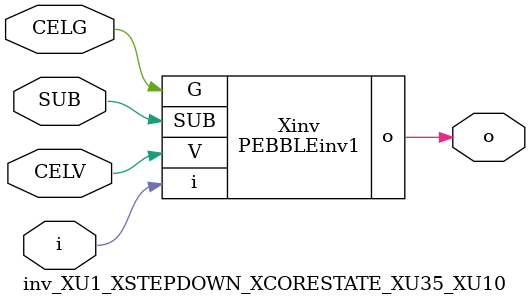
<source format=v>



module PEBBLEinv1 ( o, G, SUB, V, i );

  input V;
  input i;
  input G;
  output o;
  input SUB;
endmodule

//Celera Confidential Do Not Copy inv_XU1_XSTEPDOWN_XCORESTATE_XU35_XU10
//Celera Confidential Symbol Generator
//5V Inverter
module inv_XU1_XSTEPDOWN_XCORESTATE_XU35_XU10 (CELV,CELG,i,o,SUB);
input CELV;
input CELG;
input i;
input SUB;
output o;

//Celera Confidential Do Not Copy inv
PEBBLEinv1 Xinv(
.V (CELV),
.i (i),
.o (o),
.SUB (SUB),
.G (CELG)
);
//,diesize,PEBBLEinv1

//Celera Confidential Do Not Copy Module End
//Celera Schematic Generator
endmodule

</source>
